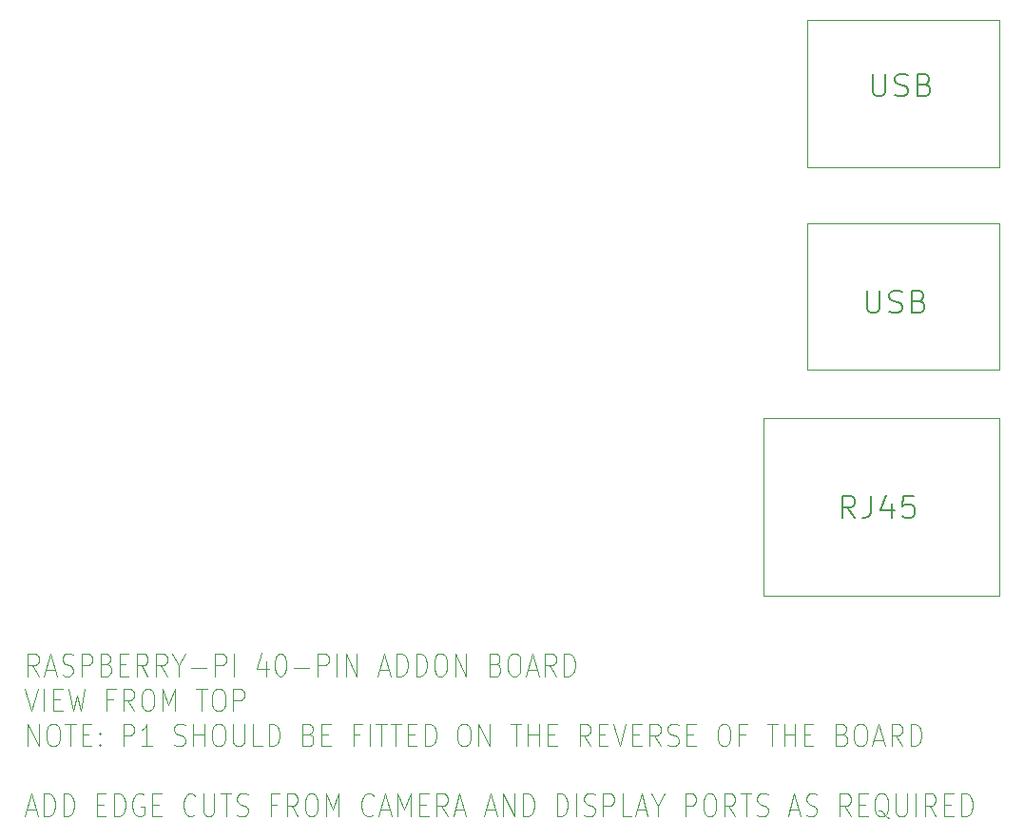
<source format=gbr>
G04 #@! TF.GenerationSoftware,KiCad,Pcbnew,(5.0.0-3-g5ebb6b6)*
G04 #@! TF.CreationDate,2018-10-04T16:31:17-06:00*
G04 #@! TF.ProjectId,Hallow,48616C6C6F772E6B696361645F706362,rev?*
G04 #@! TF.SameCoordinates,Original*
G04 #@! TF.FileFunction,Drawing*
%FSLAX46Y46*%
G04 Gerber Fmt 4.6, Leading zero omitted, Abs format (unit mm)*
G04 Created by KiCad (PCBNEW (5.0.0-3-g5ebb6b6)) date Thursday, October 04, 2018 at 04:31:17 PM*
%MOMM*%
%LPD*%
G01*
G04 APERTURE LIST*
%ADD10C,0.150000*%
%ADD11C,0.100000*%
%ADD12C,0.120000*%
G04 APERTURE END LIST*
D10*
X274152380Y-140744761D02*
X273485714Y-139792380D01*
X273009523Y-140744761D02*
X273009523Y-138744761D01*
X273771428Y-138744761D01*
X273961904Y-138840000D01*
X274057142Y-138935238D01*
X274152380Y-139125714D01*
X274152380Y-139411428D01*
X274057142Y-139601904D01*
X273961904Y-139697142D01*
X273771428Y-139792380D01*
X273009523Y-139792380D01*
X275580952Y-138744761D02*
X275580952Y-140173333D01*
X275485714Y-140459047D01*
X275295238Y-140649523D01*
X275009523Y-140744761D01*
X274819047Y-140744761D01*
X277390476Y-139411428D02*
X277390476Y-140744761D01*
X276914285Y-138649523D02*
X276438095Y-140078095D01*
X277676190Y-140078095D01*
X279390476Y-138744761D02*
X278438095Y-138744761D01*
X278342857Y-139697142D01*
X278438095Y-139601904D01*
X278628571Y-139506666D01*
X279104761Y-139506666D01*
X279295238Y-139601904D01*
X279390476Y-139697142D01*
X279485714Y-139887619D01*
X279485714Y-140363809D01*
X279390476Y-140554285D01*
X279295238Y-140649523D01*
X279104761Y-140744761D01*
X278628571Y-140744761D01*
X278438095Y-140649523D01*
X278342857Y-140554285D01*
X275200190Y-120456761D02*
X275200190Y-122075809D01*
X275295428Y-122266285D01*
X275390666Y-122361523D01*
X275581142Y-122456761D01*
X275962095Y-122456761D01*
X276152571Y-122361523D01*
X276247809Y-122266285D01*
X276343047Y-122075809D01*
X276343047Y-120456761D01*
X277200190Y-122361523D02*
X277485904Y-122456761D01*
X277962095Y-122456761D01*
X278152571Y-122361523D01*
X278247809Y-122266285D01*
X278343047Y-122075809D01*
X278343047Y-121885333D01*
X278247809Y-121694857D01*
X278152571Y-121599619D01*
X277962095Y-121504380D01*
X277581142Y-121409142D01*
X277390666Y-121313904D01*
X277295428Y-121218666D01*
X277200190Y-121028190D01*
X277200190Y-120837714D01*
X277295428Y-120647238D01*
X277390666Y-120552000D01*
X277581142Y-120456761D01*
X278057333Y-120456761D01*
X278343047Y-120552000D01*
X279866857Y-121409142D02*
X280152571Y-121504380D01*
X280247809Y-121599619D01*
X280343047Y-121790095D01*
X280343047Y-122075809D01*
X280247809Y-122266285D01*
X280152571Y-122361523D01*
X279962095Y-122456761D01*
X279200190Y-122456761D01*
X279200190Y-120456761D01*
X279866857Y-120456761D01*
X280057333Y-120552000D01*
X280152571Y-120647238D01*
X280247809Y-120837714D01*
X280247809Y-121028190D01*
X280152571Y-121218666D01*
X280057333Y-121313904D01*
X279866857Y-121409142D01*
X279200190Y-121409142D01*
X275708190Y-101152761D02*
X275708190Y-102771809D01*
X275803428Y-102962285D01*
X275898666Y-103057523D01*
X276089142Y-103152761D01*
X276470095Y-103152761D01*
X276660571Y-103057523D01*
X276755809Y-102962285D01*
X276851047Y-102771809D01*
X276851047Y-101152761D01*
X277708190Y-103057523D02*
X277993904Y-103152761D01*
X278470095Y-103152761D01*
X278660571Y-103057523D01*
X278755809Y-102962285D01*
X278851047Y-102771809D01*
X278851047Y-102581333D01*
X278755809Y-102390857D01*
X278660571Y-102295619D01*
X278470095Y-102200380D01*
X278089142Y-102105142D01*
X277898666Y-102009904D01*
X277803428Y-101914666D01*
X277708190Y-101724190D01*
X277708190Y-101533714D01*
X277803428Y-101343238D01*
X277898666Y-101248000D01*
X278089142Y-101152761D01*
X278565333Y-101152761D01*
X278851047Y-101248000D01*
X280374857Y-102105142D02*
X280660571Y-102200380D01*
X280755809Y-102295619D01*
X280851047Y-102486095D01*
X280851047Y-102771809D01*
X280755809Y-102962285D01*
X280660571Y-103057523D01*
X280470095Y-103152761D01*
X279708190Y-103152761D01*
X279708190Y-101152761D01*
X280374857Y-101152761D01*
X280565333Y-101248000D01*
X280660571Y-101343238D01*
X280755809Y-101533714D01*
X280755809Y-101724190D01*
X280660571Y-101914666D01*
X280565333Y-102009904D01*
X280374857Y-102105142D01*
X279708190Y-102105142D01*
D11*
X269900000Y-114450000D02*
X287000000Y-114450000D01*
X269900000Y-127550000D02*
X269900000Y-114450000D01*
X287000000Y-127550000D02*
X269900000Y-127550000D01*
X287000000Y-114450000D02*
X287000000Y-127550000D01*
X266000000Y-147675000D02*
X266000000Y-131825000D01*
X287000000Y-147675000D02*
X266000000Y-147675000D01*
X287000000Y-131825000D02*
X287000000Y-147675000D01*
X266000000Y-131825000D02*
X287000000Y-131825000D01*
X269900000Y-109455925D02*
X269900000Y-96355925D01*
X287000000Y-109455925D02*
X269900000Y-109455925D01*
X287000000Y-96355925D02*
X287000000Y-109455925D01*
X269900000Y-96355925D02*
X287000000Y-96355925D01*
D12*
X201454190Y-154824761D02*
X200887523Y-153872380D01*
X200482761Y-154824761D02*
X200482761Y-152824761D01*
X201130380Y-152824761D01*
X201292285Y-152920000D01*
X201373238Y-153015238D01*
X201454190Y-153205714D01*
X201454190Y-153491428D01*
X201373238Y-153681904D01*
X201292285Y-153777142D01*
X201130380Y-153872380D01*
X200482761Y-153872380D01*
X202101809Y-154253333D02*
X202911333Y-154253333D01*
X201939904Y-154824761D02*
X202506571Y-152824761D01*
X203073238Y-154824761D01*
X203558952Y-154729523D02*
X203801809Y-154824761D01*
X204206571Y-154824761D01*
X204368476Y-154729523D01*
X204449428Y-154634285D01*
X204530380Y-154443809D01*
X204530380Y-154253333D01*
X204449428Y-154062857D01*
X204368476Y-153967619D01*
X204206571Y-153872380D01*
X203882761Y-153777142D01*
X203720857Y-153681904D01*
X203639904Y-153586666D01*
X203558952Y-153396190D01*
X203558952Y-153205714D01*
X203639904Y-153015238D01*
X203720857Y-152920000D01*
X203882761Y-152824761D01*
X204287523Y-152824761D01*
X204530380Y-152920000D01*
X205258952Y-154824761D02*
X205258952Y-152824761D01*
X205906571Y-152824761D01*
X206068476Y-152920000D01*
X206149428Y-153015238D01*
X206230380Y-153205714D01*
X206230380Y-153491428D01*
X206149428Y-153681904D01*
X206068476Y-153777142D01*
X205906571Y-153872380D01*
X205258952Y-153872380D01*
X207525619Y-153777142D02*
X207768476Y-153872380D01*
X207849428Y-153967619D01*
X207930380Y-154158095D01*
X207930380Y-154443809D01*
X207849428Y-154634285D01*
X207768476Y-154729523D01*
X207606571Y-154824761D01*
X206958952Y-154824761D01*
X206958952Y-152824761D01*
X207525619Y-152824761D01*
X207687523Y-152920000D01*
X207768476Y-153015238D01*
X207849428Y-153205714D01*
X207849428Y-153396190D01*
X207768476Y-153586666D01*
X207687523Y-153681904D01*
X207525619Y-153777142D01*
X206958952Y-153777142D01*
X208658952Y-153777142D02*
X209225619Y-153777142D01*
X209468476Y-154824761D02*
X208658952Y-154824761D01*
X208658952Y-152824761D01*
X209468476Y-152824761D01*
X211168476Y-154824761D02*
X210601809Y-153872380D01*
X210197047Y-154824761D02*
X210197047Y-152824761D01*
X210844666Y-152824761D01*
X211006571Y-152920000D01*
X211087523Y-153015238D01*
X211168476Y-153205714D01*
X211168476Y-153491428D01*
X211087523Y-153681904D01*
X211006571Y-153777142D01*
X210844666Y-153872380D01*
X210197047Y-153872380D01*
X212868476Y-154824761D02*
X212301809Y-153872380D01*
X211897047Y-154824761D02*
X211897047Y-152824761D01*
X212544666Y-152824761D01*
X212706571Y-152920000D01*
X212787523Y-153015238D01*
X212868476Y-153205714D01*
X212868476Y-153491428D01*
X212787523Y-153681904D01*
X212706571Y-153777142D01*
X212544666Y-153872380D01*
X211897047Y-153872380D01*
X213920857Y-153872380D02*
X213920857Y-154824761D01*
X213354190Y-152824761D02*
X213920857Y-153872380D01*
X214487523Y-152824761D01*
X215054190Y-154062857D02*
X216349428Y-154062857D01*
X217158952Y-154824761D02*
X217158952Y-152824761D01*
X217806571Y-152824761D01*
X217968476Y-152920000D01*
X218049428Y-153015238D01*
X218130380Y-153205714D01*
X218130380Y-153491428D01*
X218049428Y-153681904D01*
X217968476Y-153777142D01*
X217806571Y-153872380D01*
X217158952Y-153872380D01*
X218858952Y-154824761D02*
X218858952Y-152824761D01*
X221692285Y-153491428D02*
X221692285Y-154824761D01*
X221287523Y-152729523D02*
X220882761Y-154158095D01*
X221935142Y-154158095D01*
X222906571Y-152824761D02*
X223068476Y-152824761D01*
X223230380Y-152920000D01*
X223311333Y-153015238D01*
X223392285Y-153205714D01*
X223473238Y-153586666D01*
X223473238Y-154062857D01*
X223392285Y-154443809D01*
X223311333Y-154634285D01*
X223230380Y-154729523D01*
X223068476Y-154824761D01*
X222906571Y-154824761D01*
X222744666Y-154729523D01*
X222663714Y-154634285D01*
X222582761Y-154443809D01*
X222501809Y-154062857D01*
X222501809Y-153586666D01*
X222582761Y-153205714D01*
X222663714Y-153015238D01*
X222744666Y-152920000D01*
X222906571Y-152824761D01*
X224201809Y-154062857D02*
X225497047Y-154062857D01*
X226306571Y-154824761D02*
X226306571Y-152824761D01*
X226954190Y-152824761D01*
X227116095Y-152920000D01*
X227197047Y-153015238D01*
X227278000Y-153205714D01*
X227278000Y-153491428D01*
X227197047Y-153681904D01*
X227116095Y-153777142D01*
X226954190Y-153872380D01*
X226306571Y-153872380D01*
X228006571Y-154824761D02*
X228006571Y-152824761D01*
X228816095Y-154824761D02*
X228816095Y-152824761D01*
X229787523Y-154824761D01*
X229787523Y-152824761D01*
X231811333Y-154253333D02*
X232620857Y-154253333D01*
X231649428Y-154824761D02*
X232216095Y-152824761D01*
X232782761Y-154824761D01*
X233349428Y-154824761D02*
X233349428Y-152824761D01*
X233754190Y-152824761D01*
X233997047Y-152920000D01*
X234158952Y-153110476D01*
X234239904Y-153300952D01*
X234320857Y-153681904D01*
X234320857Y-153967619D01*
X234239904Y-154348571D01*
X234158952Y-154539047D01*
X233997047Y-154729523D01*
X233754190Y-154824761D01*
X233349428Y-154824761D01*
X235049428Y-154824761D02*
X235049428Y-152824761D01*
X235454190Y-152824761D01*
X235697047Y-152920000D01*
X235858952Y-153110476D01*
X235939904Y-153300952D01*
X236020857Y-153681904D01*
X236020857Y-153967619D01*
X235939904Y-154348571D01*
X235858952Y-154539047D01*
X235697047Y-154729523D01*
X235454190Y-154824761D01*
X235049428Y-154824761D01*
X237073238Y-152824761D02*
X237397047Y-152824761D01*
X237558952Y-152920000D01*
X237720857Y-153110476D01*
X237801809Y-153491428D01*
X237801809Y-154158095D01*
X237720857Y-154539047D01*
X237558952Y-154729523D01*
X237397047Y-154824761D01*
X237073238Y-154824761D01*
X236911333Y-154729523D01*
X236749428Y-154539047D01*
X236668476Y-154158095D01*
X236668476Y-153491428D01*
X236749428Y-153110476D01*
X236911333Y-152920000D01*
X237073238Y-152824761D01*
X238530380Y-154824761D02*
X238530380Y-152824761D01*
X239501809Y-154824761D01*
X239501809Y-152824761D01*
X242173238Y-153777142D02*
X242416095Y-153872380D01*
X242497047Y-153967619D01*
X242578000Y-154158095D01*
X242578000Y-154443809D01*
X242497047Y-154634285D01*
X242416095Y-154729523D01*
X242254190Y-154824761D01*
X241606571Y-154824761D01*
X241606571Y-152824761D01*
X242173238Y-152824761D01*
X242335142Y-152920000D01*
X242416095Y-153015238D01*
X242497047Y-153205714D01*
X242497047Y-153396190D01*
X242416095Y-153586666D01*
X242335142Y-153681904D01*
X242173238Y-153777142D01*
X241606571Y-153777142D01*
X243630380Y-152824761D02*
X243954190Y-152824761D01*
X244116095Y-152920000D01*
X244278000Y-153110476D01*
X244358952Y-153491428D01*
X244358952Y-154158095D01*
X244278000Y-154539047D01*
X244116095Y-154729523D01*
X243954190Y-154824761D01*
X243630380Y-154824761D01*
X243468476Y-154729523D01*
X243306571Y-154539047D01*
X243225619Y-154158095D01*
X243225619Y-153491428D01*
X243306571Y-153110476D01*
X243468476Y-152920000D01*
X243630380Y-152824761D01*
X245006571Y-154253333D02*
X245816095Y-154253333D01*
X244844666Y-154824761D02*
X245411333Y-152824761D01*
X245978000Y-154824761D01*
X247516095Y-154824761D02*
X246949428Y-153872380D01*
X246544666Y-154824761D02*
X246544666Y-152824761D01*
X247192285Y-152824761D01*
X247354190Y-152920000D01*
X247435142Y-153015238D01*
X247516095Y-153205714D01*
X247516095Y-153491428D01*
X247435142Y-153681904D01*
X247354190Y-153777142D01*
X247192285Y-153872380D01*
X246544666Y-153872380D01*
X248244666Y-154824761D02*
X248244666Y-152824761D01*
X248649428Y-152824761D01*
X248892285Y-152920000D01*
X249054190Y-153110476D01*
X249135142Y-153300952D01*
X249216095Y-153681904D01*
X249216095Y-153967619D01*
X249135142Y-154348571D01*
X249054190Y-154539047D01*
X248892285Y-154729523D01*
X248649428Y-154824761D01*
X248244666Y-154824761D01*
X200239904Y-155944761D02*
X200806571Y-157944761D01*
X201373238Y-155944761D01*
X201939904Y-157944761D02*
X201939904Y-155944761D01*
X202749428Y-156897142D02*
X203316095Y-156897142D01*
X203558952Y-157944761D02*
X202749428Y-157944761D01*
X202749428Y-155944761D01*
X203558952Y-155944761D01*
X204125619Y-155944761D02*
X204530380Y-157944761D01*
X204854190Y-156516190D01*
X205178000Y-157944761D01*
X205582761Y-155944761D01*
X208092285Y-156897142D02*
X207525619Y-156897142D01*
X207525619Y-157944761D02*
X207525619Y-155944761D01*
X208335142Y-155944761D01*
X209954190Y-157944761D02*
X209387523Y-156992380D01*
X208982761Y-157944761D02*
X208982761Y-155944761D01*
X209630380Y-155944761D01*
X209792285Y-156040000D01*
X209873238Y-156135238D01*
X209954190Y-156325714D01*
X209954190Y-156611428D01*
X209873238Y-156801904D01*
X209792285Y-156897142D01*
X209630380Y-156992380D01*
X208982761Y-156992380D01*
X211006571Y-155944761D02*
X211330380Y-155944761D01*
X211492285Y-156040000D01*
X211654190Y-156230476D01*
X211735142Y-156611428D01*
X211735142Y-157278095D01*
X211654190Y-157659047D01*
X211492285Y-157849523D01*
X211330380Y-157944761D01*
X211006571Y-157944761D01*
X210844666Y-157849523D01*
X210682761Y-157659047D01*
X210601809Y-157278095D01*
X210601809Y-156611428D01*
X210682761Y-156230476D01*
X210844666Y-156040000D01*
X211006571Y-155944761D01*
X212463714Y-157944761D02*
X212463714Y-155944761D01*
X213030380Y-157373333D01*
X213597047Y-155944761D01*
X213597047Y-157944761D01*
X215458952Y-155944761D02*
X216430380Y-155944761D01*
X215944666Y-157944761D02*
X215944666Y-155944761D01*
X217320857Y-155944761D02*
X217644666Y-155944761D01*
X217806571Y-156040000D01*
X217968476Y-156230476D01*
X218049428Y-156611428D01*
X218049428Y-157278095D01*
X217968476Y-157659047D01*
X217806571Y-157849523D01*
X217644666Y-157944761D01*
X217320857Y-157944761D01*
X217158952Y-157849523D01*
X216997047Y-157659047D01*
X216916095Y-157278095D01*
X216916095Y-156611428D01*
X216997047Y-156230476D01*
X217158952Y-156040000D01*
X217320857Y-155944761D01*
X218778000Y-157944761D02*
X218778000Y-155944761D01*
X219425619Y-155944761D01*
X219587523Y-156040000D01*
X219668476Y-156135238D01*
X219749428Y-156325714D01*
X219749428Y-156611428D01*
X219668476Y-156801904D01*
X219587523Y-156897142D01*
X219425619Y-156992380D01*
X218778000Y-156992380D01*
X200482761Y-161064761D02*
X200482761Y-159064761D01*
X201454190Y-161064761D01*
X201454190Y-159064761D01*
X202587523Y-159064761D02*
X202911333Y-159064761D01*
X203073238Y-159160000D01*
X203235142Y-159350476D01*
X203316095Y-159731428D01*
X203316095Y-160398095D01*
X203235142Y-160779047D01*
X203073238Y-160969523D01*
X202911333Y-161064761D01*
X202587523Y-161064761D01*
X202425619Y-160969523D01*
X202263714Y-160779047D01*
X202182761Y-160398095D01*
X202182761Y-159731428D01*
X202263714Y-159350476D01*
X202425619Y-159160000D01*
X202587523Y-159064761D01*
X203801809Y-159064761D02*
X204773238Y-159064761D01*
X204287523Y-161064761D02*
X204287523Y-159064761D01*
X205339904Y-160017142D02*
X205906571Y-160017142D01*
X206149428Y-161064761D02*
X205339904Y-161064761D01*
X205339904Y-159064761D01*
X206149428Y-159064761D01*
X206878000Y-160874285D02*
X206958952Y-160969523D01*
X206878000Y-161064761D01*
X206797047Y-160969523D01*
X206878000Y-160874285D01*
X206878000Y-161064761D01*
X206878000Y-159826666D02*
X206958952Y-159921904D01*
X206878000Y-160017142D01*
X206797047Y-159921904D01*
X206878000Y-159826666D01*
X206878000Y-160017142D01*
X208982761Y-161064761D02*
X208982761Y-159064761D01*
X209630380Y-159064761D01*
X209792285Y-159160000D01*
X209873238Y-159255238D01*
X209954190Y-159445714D01*
X209954190Y-159731428D01*
X209873238Y-159921904D01*
X209792285Y-160017142D01*
X209630380Y-160112380D01*
X208982761Y-160112380D01*
X211573238Y-161064761D02*
X210601809Y-161064761D01*
X211087523Y-161064761D02*
X211087523Y-159064761D01*
X210925619Y-159350476D01*
X210763714Y-159540952D01*
X210601809Y-159636190D01*
X213516095Y-160969523D02*
X213758952Y-161064761D01*
X214163714Y-161064761D01*
X214325619Y-160969523D01*
X214406571Y-160874285D01*
X214487523Y-160683809D01*
X214487523Y-160493333D01*
X214406571Y-160302857D01*
X214325619Y-160207619D01*
X214163714Y-160112380D01*
X213839904Y-160017142D01*
X213678000Y-159921904D01*
X213597047Y-159826666D01*
X213516095Y-159636190D01*
X213516095Y-159445714D01*
X213597047Y-159255238D01*
X213678000Y-159160000D01*
X213839904Y-159064761D01*
X214244666Y-159064761D01*
X214487523Y-159160000D01*
X215216095Y-161064761D02*
X215216095Y-159064761D01*
X215216095Y-160017142D02*
X216187523Y-160017142D01*
X216187523Y-161064761D02*
X216187523Y-159064761D01*
X217320857Y-159064761D02*
X217644666Y-159064761D01*
X217806571Y-159160000D01*
X217968476Y-159350476D01*
X218049428Y-159731428D01*
X218049428Y-160398095D01*
X217968476Y-160779047D01*
X217806571Y-160969523D01*
X217644666Y-161064761D01*
X217320857Y-161064761D01*
X217158952Y-160969523D01*
X216997047Y-160779047D01*
X216916095Y-160398095D01*
X216916095Y-159731428D01*
X216997047Y-159350476D01*
X217158952Y-159160000D01*
X217320857Y-159064761D01*
X218778000Y-159064761D02*
X218778000Y-160683809D01*
X218858952Y-160874285D01*
X218939904Y-160969523D01*
X219101809Y-161064761D01*
X219425619Y-161064761D01*
X219587523Y-160969523D01*
X219668476Y-160874285D01*
X219749428Y-160683809D01*
X219749428Y-159064761D01*
X221368476Y-161064761D02*
X220558952Y-161064761D01*
X220558952Y-159064761D01*
X221935142Y-161064761D02*
X221935142Y-159064761D01*
X222339904Y-159064761D01*
X222582761Y-159160000D01*
X222744666Y-159350476D01*
X222825619Y-159540952D01*
X222906571Y-159921904D01*
X222906571Y-160207619D01*
X222825619Y-160588571D01*
X222744666Y-160779047D01*
X222582761Y-160969523D01*
X222339904Y-161064761D01*
X221935142Y-161064761D01*
X225497047Y-160017142D02*
X225739904Y-160112380D01*
X225820857Y-160207619D01*
X225901809Y-160398095D01*
X225901809Y-160683809D01*
X225820857Y-160874285D01*
X225739904Y-160969523D01*
X225578000Y-161064761D01*
X224930380Y-161064761D01*
X224930380Y-159064761D01*
X225497047Y-159064761D01*
X225658952Y-159160000D01*
X225739904Y-159255238D01*
X225820857Y-159445714D01*
X225820857Y-159636190D01*
X225739904Y-159826666D01*
X225658952Y-159921904D01*
X225497047Y-160017142D01*
X224930380Y-160017142D01*
X226630380Y-160017142D02*
X227197047Y-160017142D01*
X227439904Y-161064761D02*
X226630380Y-161064761D01*
X226630380Y-159064761D01*
X227439904Y-159064761D01*
X230030380Y-160017142D02*
X229463714Y-160017142D01*
X229463714Y-161064761D02*
X229463714Y-159064761D01*
X230273238Y-159064761D01*
X230920857Y-161064761D02*
X230920857Y-159064761D01*
X231487523Y-159064761D02*
X232458952Y-159064761D01*
X231973238Y-161064761D02*
X231973238Y-159064761D01*
X232782761Y-159064761D02*
X233754190Y-159064761D01*
X233268476Y-161064761D02*
X233268476Y-159064761D01*
X234320857Y-160017142D02*
X234887523Y-160017142D01*
X235130380Y-161064761D02*
X234320857Y-161064761D01*
X234320857Y-159064761D01*
X235130380Y-159064761D01*
X235858952Y-161064761D02*
X235858952Y-159064761D01*
X236263714Y-159064761D01*
X236506571Y-159160000D01*
X236668476Y-159350476D01*
X236749428Y-159540952D01*
X236830380Y-159921904D01*
X236830380Y-160207619D01*
X236749428Y-160588571D01*
X236668476Y-160779047D01*
X236506571Y-160969523D01*
X236263714Y-161064761D01*
X235858952Y-161064761D01*
X239178000Y-159064761D02*
X239501809Y-159064761D01*
X239663714Y-159160000D01*
X239825619Y-159350476D01*
X239906571Y-159731428D01*
X239906571Y-160398095D01*
X239825619Y-160779047D01*
X239663714Y-160969523D01*
X239501809Y-161064761D01*
X239178000Y-161064761D01*
X239016095Y-160969523D01*
X238854190Y-160779047D01*
X238773238Y-160398095D01*
X238773238Y-159731428D01*
X238854190Y-159350476D01*
X239016095Y-159160000D01*
X239178000Y-159064761D01*
X240635142Y-161064761D02*
X240635142Y-159064761D01*
X241606571Y-161064761D01*
X241606571Y-159064761D01*
X243468476Y-159064761D02*
X244439904Y-159064761D01*
X243954190Y-161064761D02*
X243954190Y-159064761D01*
X245006571Y-161064761D02*
X245006571Y-159064761D01*
X245006571Y-160017142D02*
X245978000Y-160017142D01*
X245978000Y-161064761D02*
X245978000Y-159064761D01*
X246787523Y-160017142D02*
X247354190Y-160017142D01*
X247597047Y-161064761D02*
X246787523Y-161064761D01*
X246787523Y-159064761D01*
X247597047Y-159064761D01*
X250592285Y-161064761D02*
X250025619Y-160112380D01*
X249620857Y-161064761D02*
X249620857Y-159064761D01*
X250268476Y-159064761D01*
X250430380Y-159160000D01*
X250511333Y-159255238D01*
X250592285Y-159445714D01*
X250592285Y-159731428D01*
X250511333Y-159921904D01*
X250430380Y-160017142D01*
X250268476Y-160112380D01*
X249620857Y-160112380D01*
X251320857Y-160017142D02*
X251887523Y-160017142D01*
X252130380Y-161064761D02*
X251320857Y-161064761D01*
X251320857Y-159064761D01*
X252130380Y-159064761D01*
X252616095Y-159064761D02*
X253182761Y-161064761D01*
X253749428Y-159064761D01*
X254316095Y-160017142D02*
X254882761Y-160017142D01*
X255125619Y-161064761D02*
X254316095Y-161064761D01*
X254316095Y-159064761D01*
X255125619Y-159064761D01*
X256825619Y-161064761D02*
X256258952Y-160112380D01*
X255854190Y-161064761D02*
X255854190Y-159064761D01*
X256501809Y-159064761D01*
X256663714Y-159160000D01*
X256744666Y-159255238D01*
X256825619Y-159445714D01*
X256825619Y-159731428D01*
X256744666Y-159921904D01*
X256663714Y-160017142D01*
X256501809Y-160112380D01*
X255854190Y-160112380D01*
X257473238Y-160969523D02*
X257716095Y-161064761D01*
X258120857Y-161064761D01*
X258282761Y-160969523D01*
X258363714Y-160874285D01*
X258444666Y-160683809D01*
X258444666Y-160493333D01*
X258363714Y-160302857D01*
X258282761Y-160207619D01*
X258120857Y-160112380D01*
X257797047Y-160017142D01*
X257635142Y-159921904D01*
X257554190Y-159826666D01*
X257473238Y-159636190D01*
X257473238Y-159445714D01*
X257554190Y-159255238D01*
X257635142Y-159160000D01*
X257797047Y-159064761D01*
X258201809Y-159064761D01*
X258444666Y-159160000D01*
X259173238Y-160017142D02*
X259739904Y-160017142D01*
X259982761Y-161064761D02*
X259173238Y-161064761D01*
X259173238Y-159064761D01*
X259982761Y-159064761D01*
X262330380Y-159064761D02*
X262654190Y-159064761D01*
X262816095Y-159160000D01*
X262978000Y-159350476D01*
X263058952Y-159731428D01*
X263058952Y-160398095D01*
X262978000Y-160779047D01*
X262816095Y-160969523D01*
X262654190Y-161064761D01*
X262330380Y-161064761D01*
X262168476Y-160969523D01*
X262006571Y-160779047D01*
X261925619Y-160398095D01*
X261925619Y-159731428D01*
X262006571Y-159350476D01*
X262168476Y-159160000D01*
X262330380Y-159064761D01*
X264354190Y-160017142D02*
X263787523Y-160017142D01*
X263787523Y-161064761D02*
X263787523Y-159064761D01*
X264597047Y-159064761D01*
X266297047Y-159064761D02*
X267268476Y-159064761D01*
X266782761Y-161064761D02*
X266782761Y-159064761D01*
X267835142Y-161064761D02*
X267835142Y-159064761D01*
X267835142Y-160017142D02*
X268806571Y-160017142D01*
X268806571Y-161064761D02*
X268806571Y-159064761D01*
X269616095Y-160017142D02*
X270182761Y-160017142D01*
X270425619Y-161064761D02*
X269616095Y-161064761D01*
X269616095Y-159064761D01*
X270425619Y-159064761D01*
X273016095Y-160017142D02*
X273258952Y-160112380D01*
X273339904Y-160207619D01*
X273420857Y-160398095D01*
X273420857Y-160683809D01*
X273339904Y-160874285D01*
X273258952Y-160969523D01*
X273097047Y-161064761D01*
X272449428Y-161064761D01*
X272449428Y-159064761D01*
X273016095Y-159064761D01*
X273178000Y-159160000D01*
X273258952Y-159255238D01*
X273339904Y-159445714D01*
X273339904Y-159636190D01*
X273258952Y-159826666D01*
X273178000Y-159921904D01*
X273016095Y-160017142D01*
X272449428Y-160017142D01*
X274473238Y-159064761D02*
X274797047Y-159064761D01*
X274958952Y-159160000D01*
X275120857Y-159350476D01*
X275201809Y-159731428D01*
X275201809Y-160398095D01*
X275120857Y-160779047D01*
X274958952Y-160969523D01*
X274797047Y-161064761D01*
X274473238Y-161064761D01*
X274311333Y-160969523D01*
X274149428Y-160779047D01*
X274068476Y-160398095D01*
X274068476Y-159731428D01*
X274149428Y-159350476D01*
X274311333Y-159160000D01*
X274473238Y-159064761D01*
X275849428Y-160493333D02*
X276658952Y-160493333D01*
X275687523Y-161064761D02*
X276254190Y-159064761D01*
X276820857Y-161064761D01*
X278358952Y-161064761D02*
X277792285Y-160112380D01*
X277387523Y-161064761D02*
X277387523Y-159064761D01*
X278035142Y-159064761D01*
X278197047Y-159160000D01*
X278278000Y-159255238D01*
X278358952Y-159445714D01*
X278358952Y-159731428D01*
X278278000Y-159921904D01*
X278197047Y-160017142D01*
X278035142Y-160112380D01*
X277387523Y-160112380D01*
X279087523Y-161064761D02*
X279087523Y-159064761D01*
X279492285Y-159064761D01*
X279735142Y-159160000D01*
X279897047Y-159350476D01*
X279978000Y-159540952D01*
X280058952Y-159921904D01*
X280058952Y-160207619D01*
X279978000Y-160588571D01*
X279897047Y-160779047D01*
X279735142Y-160969523D01*
X279492285Y-161064761D01*
X279087523Y-161064761D01*
X200401809Y-166733333D02*
X201211333Y-166733333D01*
X200239904Y-167304761D02*
X200806571Y-165304761D01*
X201373238Y-167304761D01*
X201939904Y-167304761D02*
X201939904Y-165304761D01*
X202344666Y-165304761D01*
X202587523Y-165400000D01*
X202749428Y-165590476D01*
X202830380Y-165780952D01*
X202911333Y-166161904D01*
X202911333Y-166447619D01*
X202830380Y-166828571D01*
X202749428Y-167019047D01*
X202587523Y-167209523D01*
X202344666Y-167304761D01*
X201939904Y-167304761D01*
X203639904Y-167304761D02*
X203639904Y-165304761D01*
X204044666Y-165304761D01*
X204287523Y-165400000D01*
X204449428Y-165590476D01*
X204530380Y-165780952D01*
X204611333Y-166161904D01*
X204611333Y-166447619D01*
X204530380Y-166828571D01*
X204449428Y-167019047D01*
X204287523Y-167209523D01*
X204044666Y-167304761D01*
X203639904Y-167304761D01*
X206635142Y-166257142D02*
X207201809Y-166257142D01*
X207444666Y-167304761D02*
X206635142Y-167304761D01*
X206635142Y-165304761D01*
X207444666Y-165304761D01*
X208173238Y-167304761D02*
X208173238Y-165304761D01*
X208578000Y-165304761D01*
X208820857Y-165400000D01*
X208982761Y-165590476D01*
X209063714Y-165780952D01*
X209144666Y-166161904D01*
X209144666Y-166447619D01*
X209063714Y-166828571D01*
X208982761Y-167019047D01*
X208820857Y-167209523D01*
X208578000Y-167304761D01*
X208173238Y-167304761D01*
X210763714Y-165400000D02*
X210601809Y-165304761D01*
X210358952Y-165304761D01*
X210116095Y-165400000D01*
X209954190Y-165590476D01*
X209873238Y-165780952D01*
X209792285Y-166161904D01*
X209792285Y-166447619D01*
X209873238Y-166828571D01*
X209954190Y-167019047D01*
X210116095Y-167209523D01*
X210358952Y-167304761D01*
X210520857Y-167304761D01*
X210763714Y-167209523D01*
X210844666Y-167114285D01*
X210844666Y-166447619D01*
X210520857Y-166447619D01*
X211573238Y-166257142D02*
X212139904Y-166257142D01*
X212382761Y-167304761D02*
X211573238Y-167304761D01*
X211573238Y-165304761D01*
X212382761Y-165304761D01*
X215378000Y-167114285D02*
X215297047Y-167209523D01*
X215054190Y-167304761D01*
X214892285Y-167304761D01*
X214649428Y-167209523D01*
X214487523Y-167019047D01*
X214406571Y-166828571D01*
X214325619Y-166447619D01*
X214325619Y-166161904D01*
X214406571Y-165780952D01*
X214487523Y-165590476D01*
X214649428Y-165400000D01*
X214892285Y-165304761D01*
X215054190Y-165304761D01*
X215297047Y-165400000D01*
X215378000Y-165495238D01*
X216106571Y-165304761D02*
X216106571Y-166923809D01*
X216187523Y-167114285D01*
X216268476Y-167209523D01*
X216430380Y-167304761D01*
X216754190Y-167304761D01*
X216916095Y-167209523D01*
X216997047Y-167114285D01*
X217078000Y-166923809D01*
X217078000Y-165304761D01*
X217644666Y-165304761D02*
X218616095Y-165304761D01*
X218130380Y-167304761D02*
X218130380Y-165304761D01*
X219101809Y-167209523D02*
X219344666Y-167304761D01*
X219749428Y-167304761D01*
X219911333Y-167209523D01*
X219992285Y-167114285D01*
X220073238Y-166923809D01*
X220073238Y-166733333D01*
X219992285Y-166542857D01*
X219911333Y-166447619D01*
X219749428Y-166352380D01*
X219425619Y-166257142D01*
X219263714Y-166161904D01*
X219182761Y-166066666D01*
X219101809Y-165876190D01*
X219101809Y-165685714D01*
X219182761Y-165495238D01*
X219263714Y-165400000D01*
X219425619Y-165304761D01*
X219830380Y-165304761D01*
X220073238Y-165400000D01*
X222663714Y-166257142D02*
X222097047Y-166257142D01*
X222097047Y-167304761D02*
X222097047Y-165304761D01*
X222906571Y-165304761D01*
X224525619Y-167304761D02*
X223958952Y-166352380D01*
X223554190Y-167304761D02*
X223554190Y-165304761D01*
X224201809Y-165304761D01*
X224363714Y-165400000D01*
X224444666Y-165495238D01*
X224525619Y-165685714D01*
X224525619Y-165971428D01*
X224444666Y-166161904D01*
X224363714Y-166257142D01*
X224201809Y-166352380D01*
X223554190Y-166352380D01*
X225578000Y-165304761D02*
X225901809Y-165304761D01*
X226063714Y-165400000D01*
X226225619Y-165590476D01*
X226306571Y-165971428D01*
X226306571Y-166638095D01*
X226225619Y-167019047D01*
X226063714Y-167209523D01*
X225901809Y-167304761D01*
X225578000Y-167304761D01*
X225416095Y-167209523D01*
X225254190Y-167019047D01*
X225173238Y-166638095D01*
X225173238Y-165971428D01*
X225254190Y-165590476D01*
X225416095Y-165400000D01*
X225578000Y-165304761D01*
X227035142Y-167304761D02*
X227035142Y-165304761D01*
X227601809Y-166733333D01*
X228168476Y-165304761D01*
X228168476Y-167304761D01*
X231244666Y-167114285D02*
X231163714Y-167209523D01*
X230920857Y-167304761D01*
X230758952Y-167304761D01*
X230516095Y-167209523D01*
X230354190Y-167019047D01*
X230273238Y-166828571D01*
X230192285Y-166447619D01*
X230192285Y-166161904D01*
X230273238Y-165780952D01*
X230354190Y-165590476D01*
X230516095Y-165400000D01*
X230758952Y-165304761D01*
X230920857Y-165304761D01*
X231163714Y-165400000D01*
X231244666Y-165495238D01*
X231892285Y-166733333D02*
X232701809Y-166733333D01*
X231730380Y-167304761D02*
X232297047Y-165304761D01*
X232863714Y-167304761D01*
X233430380Y-167304761D02*
X233430380Y-165304761D01*
X233997047Y-166733333D01*
X234563714Y-165304761D01*
X234563714Y-167304761D01*
X235373238Y-166257142D02*
X235939904Y-166257142D01*
X236182761Y-167304761D02*
X235373238Y-167304761D01*
X235373238Y-165304761D01*
X236182761Y-165304761D01*
X237882761Y-167304761D02*
X237316095Y-166352380D01*
X236911333Y-167304761D02*
X236911333Y-165304761D01*
X237558952Y-165304761D01*
X237720857Y-165400000D01*
X237801809Y-165495238D01*
X237882761Y-165685714D01*
X237882761Y-165971428D01*
X237801809Y-166161904D01*
X237720857Y-166257142D01*
X237558952Y-166352380D01*
X236911333Y-166352380D01*
X238530380Y-166733333D02*
X239339904Y-166733333D01*
X238368476Y-167304761D02*
X238935142Y-165304761D01*
X239501809Y-167304761D01*
X241282761Y-166733333D02*
X242092285Y-166733333D01*
X241120857Y-167304761D02*
X241687523Y-165304761D01*
X242254190Y-167304761D01*
X242820857Y-167304761D02*
X242820857Y-165304761D01*
X243792285Y-167304761D01*
X243792285Y-165304761D01*
X244601809Y-167304761D02*
X244601809Y-165304761D01*
X245006571Y-165304761D01*
X245249428Y-165400000D01*
X245411333Y-165590476D01*
X245492285Y-165780952D01*
X245573238Y-166161904D01*
X245573238Y-166447619D01*
X245492285Y-166828571D01*
X245411333Y-167019047D01*
X245249428Y-167209523D01*
X245006571Y-167304761D01*
X244601809Y-167304761D01*
X247597047Y-167304761D02*
X247597047Y-165304761D01*
X248001809Y-165304761D01*
X248244666Y-165400000D01*
X248406571Y-165590476D01*
X248487523Y-165780952D01*
X248568476Y-166161904D01*
X248568476Y-166447619D01*
X248487523Y-166828571D01*
X248406571Y-167019047D01*
X248244666Y-167209523D01*
X248001809Y-167304761D01*
X247597047Y-167304761D01*
X249297047Y-167304761D02*
X249297047Y-165304761D01*
X250025619Y-167209523D02*
X250268476Y-167304761D01*
X250673238Y-167304761D01*
X250835142Y-167209523D01*
X250916095Y-167114285D01*
X250997047Y-166923809D01*
X250997047Y-166733333D01*
X250916095Y-166542857D01*
X250835142Y-166447619D01*
X250673238Y-166352380D01*
X250349428Y-166257142D01*
X250187523Y-166161904D01*
X250106571Y-166066666D01*
X250025619Y-165876190D01*
X250025619Y-165685714D01*
X250106571Y-165495238D01*
X250187523Y-165400000D01*
X250349428Y-165304761D01*
X250754190Y-165304761D01*
X250997047Y-165400000D01*
X251725619Y-167304761D02*
X251725619Y-165304761D01*
X252373238Y-165304761D01*
X252535142Y-165400000D01*
X252616095Y-165495238D01*
X252697047Y-165685714D01*
X252697047Y-165971428D01*
X252616095Y-166161904D01*
X252535142Y-166257142D01*
X252373238Y-166352380D01*
X251725619Y-166352380D01*
X254235142Y-167304761D02*
X253425619Y-167304761D01*
X253425619Y-165304761D01*
X254720857Y-166733333D02*
X255530380Y-166733333D01*
X254558952Y-167304761D02*
X255125619Y-165304761D01*
X255692285Y-167304761D01*
X256582761Y-166352380D02*
X256582761Y-167304761D01*
X256016095Y-165304761D02*
X256582761Y-166352380D01*
X257149428Y-165304761D01*
X259011333Y-167304761D02*
X259011333Y-165304761D01*
X259658952Y-165304761D01*
X259820857Y-165400000D01*
X259901809Y-165495238D01*
X259982761Y-165685714D01*
X259982761Y-165971428D01*
X259901809Y-166161904D01*
X259820857Y-166257142D01*
X259658952Y-166352380D01*
X259011333Y-166352380D01*
X261035142Y-165304761D02*
X261358952Y-165304761D01*
X261520857Y-165400000D01*
X261682761Y-165590476D01*
X261763714Y-165971428D01*
X261763714Y-166638095D01*
X261682761Y-167019047D01*
X261520857Y-167209523D01*
X261358952Y-167304761D01*
X261035142Y-167304761D01*
X260873238Y-167209523D01*
X260711333Y-167019047D01*
X260630380Y-166638095D01*
X260630380Y-165971428D01*
X260711333Y-165590476D01*
X260873238Y-165400000D01*
X261035142Y-165304761D01*
X263463714Y-167304761D02*
X262897047Y-166352380D01*
X262492285Y-167304761D02*
X262492285Y-165304761D01*
X263139904Y-165304761D01*
X263301809Y-165400000D01*
X263382761Y-165495238D01*
X263463714Y-165685714D01*
X263463714Y-165971428D01*
X263382761Y-166161904D01*
X263301809Y-166257142D01*
X263139904Y-166352380D01*
X262492285Y-166352380D01*
X263949428Y-165304761D02*
X264920857Y-165304761D01*
X264435142Y-167304761D02*
X264435142Y-165304761D01*
X265406571Y-167209523D02*
X265649428Y-167304761D01*
X266054190Y-167304761D01*
X266216095Y-167209523D01*
X266297047Y-167114285D01*
X266378000Y-166923809D01*
X266378000Y-166733333D01*
X266297047Y-166542857D01*
X266216095Y-166447619D01*
X266054190Y-166352380D01*
X265730380Y-166257142D01*
X265568476Y-166161904D01*
X265487523Y-166066666D01*
X265406571Y-165876190D01*
X265406571Y-165685714D01*
X265487523Y-165495238D01*
X265568476Y-165400000D01*
X265730380Y-165304761D01*
X266135142Y-165304761D01*
X266378000Y-165400000D01*
X268320857Y-166733333D02*
X269130380Y-166733333D01*
X268158952Y-167304761D02*
X268725619Y-165304761D01*
X269292285Y-167304761D01*
X269778000Y-167209523D02*
X270020857Y-167304761D01*
X270425619Y-167304761D01*
X270587523Y-167209523D01*
X270668476Y-167114285D01*
X270749428Y-166923809D01*
X270749428Y-166733333D01*
X270668476Y-166542857D01*
X270587523Y-166447619D01*
X270425619Y-166352380D01*
X270101809Y-166257142D01*
X269939904Y-166161904D01*
X269858952Y-166066666D01*
X269778000Y-165876190D01*
X269778000Y-165685714D01*
X269858952Y-165495238D01*
X269939904Y-165400000D01*
X270101809Y-165304761D01*
X270506571Y-165304761D01*
X270749428Y-165400000D01*
X273744666Y-167304761D02*
X273178000Y-166352380D01*
X272773238Y-167304761D02*
X272773238Y-165304761D01*
X273420857Y-165304761D01*
X273582761Y-165400000D01*
X273663714Y-165495238D01*
X273744666Y-165685714D01*
X273744666Y-165971428D01*
X273663714Y-166161904D01*
X273582761Y-166257142D01*
X273420857Y-166352380D01*
X272773238Y-166352380D01*
X274473238Y-166257142D02*
X275039904Y-166257142D01*
X275282761Y-167304761D02*
X274473238Y-167304761D01*
X274473238Y-165304761D01*
X275282761Y-165304761D01*
X277144666Y-167495238D02*
X276982761Y-167400000D01*
X276820857Y-167209523D01*
X276578000Y-166923809D01*
X276416095Y-166828571D01*
X276254190Y-166828571D01*
X276335142Y-167304761D02*
X276173238Y-167209523D01*
X276011333Y-167019047D01*
X275930380Y-166638095D01*
X275930380Y-165971428D01*
X276011333Y-165590476D01*
X276173238Y-165400000D01*
X276335142Y-165304761D01*
X276658952Y-165304761D01*
X276820857Y-165400000D01*
X276982761Y-165590476D01*
X277063714Y-165971428D01*
X277063714Y-166638095D01*
X276982761Y-167019047D01*
X276820857Y-167209523D01*
X276658952Y-167304761D01*
X276335142Y-167304761D01*
X277792285Y-165304761D02*
X277792285Y-166923809D01*
X277873238Y-167114285D01*
X277954190Y-167209523D01*
X278116095Y-167304761D01*
X278439904Y-167304761D01*
X278601809Y-167209523D01*
X278682761Y-167114285D01*
X278763714Y-166923809D01*
X278763714Y-165304761D01*
X279573238Y-167304761D02*
X279573238Y-165304761D01*
X281354190Y-167304761D02*
X280787523Y-166352380D01*
X280382761Y-167304761D02*
X280382761Y-165304761D01*
X281030380Y-165304761D01*
X281192285Y-165400000D01*
X281273238Y-165495238D01*
X281354190Y-165685714D01*
X281354190Y-165971428D01*
X281273238Y-166161904D01*
X281192285Y-166257142D01*
X281030380Y-166352380D01*
X280382761Y-166352380D01*
X282082761Y-166257142D02*
X282649428Y-166257142D01*
X282892285Y-167304761D02*
X282082761Y-167304761D01*
X282082761Y-165304761D01*
X282892285Y-165304761D01*
X283620857Y-167304761D02*
X283620857Y-165304761D01*
X284025619Y-165304761D01*
X284268476Y-165400000D01*
X284430380Y-165590476D01*
X284511333Y-165780952D01*
X284592285Y-166161904D01*
X284592285Y-166447619D01*
X284511333Y-166828571D01*
X284430380Y-167019047D01*
X284268476Y-167209523D01*
X284025619Y-167304761D01*
X283620857Y-167304761D01*
M02*

</source>
